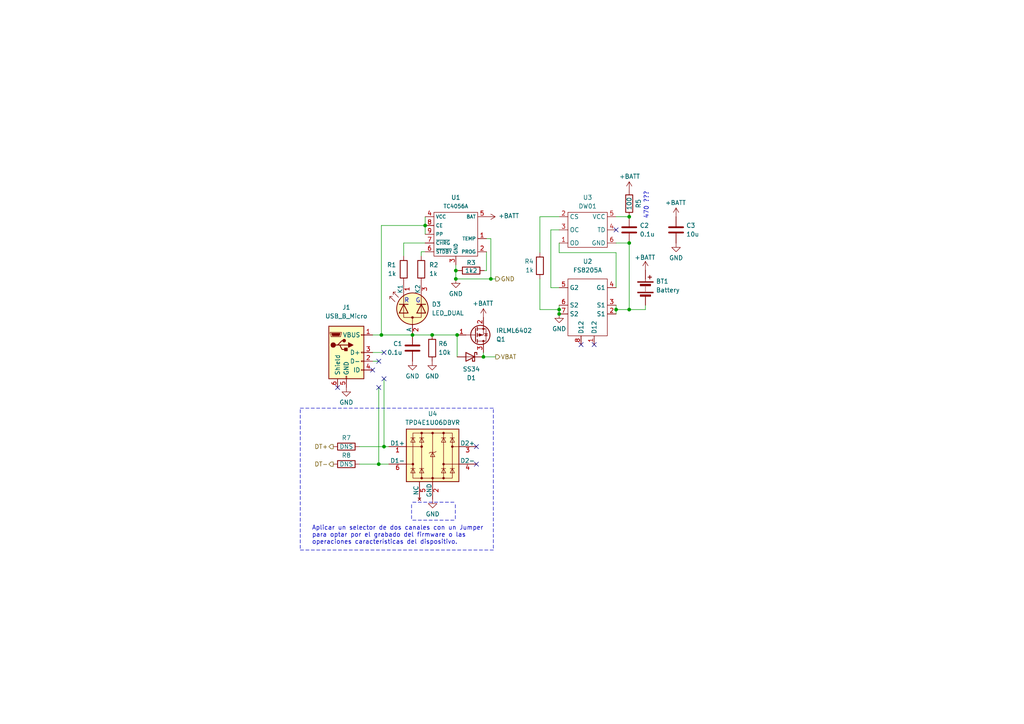
<source format=kicad_sch>
(kicad_sch (version 20230121) (generator eeschema)
  (paper "A4")
  (lib_symbols
    (symbol "Connector:USB_B_Micro" (pin_names (offset 1.016))
      (property "Reference" "J" (at -5.08 11.43 0))
      (property "Value" "USB_B_Micro" (at -5.08 8.89 0))
      (symbol "USB_B_Micro_0_1"
        (rectangle (start -5.08 -7.62) (end 5.08 7.62) (stroke (width 0.254)) (fill (type background)))
        (circle (center -3.81 2.159) (radius 0.635) (stroke (width 0.254)) (fill (type outline)))
        (circle (center -0.635 3.429) (radius 0.381) (stroke (width 0.254)) (fill (type outline)))
        (rectangle (start -0.127 -7.62) (end 0.127 -6.858))
        (polyline (pts (xy -1.905 2.159) (xy 0.635 2.159)) (stroke (width 0.254)))
        (polyline (pts (xy -3.175 2.159) (xy -2.54 2.159) (xy -1.27 3.429) (xy -0.635 3.429)) (stroke (width 0.254)))
        (polyline (pts (xy -2.54 2.159) (xy -1.905 2.159) (xy -1.27 0.889) (xy 0 0.889)) (stroke (width 0.254)))
        (polyline (pts (xy 0.635 2.794) (xy 0.635 1.524) (xy 1.905 2.159) (xy 0.635 2.794)) (stroke (width 0.254)) (fill (type outline)))
        (polyline (pts (xy -4.318 5.588) (xy -1.778 5.588) (xy -2.032 4.826) (xy -4.064 4.826) (xy -4.318 5.588)) (fill (type outline)))
        (polyline (pts (xy -4.699 5.842) (xy -4.699 5.588) (xy -4.445 4.826) (xy -4.445 4.572) (xy -1.651 4.572) (xy -1.651 4.826) (xy -1.397 5.588) (xy -1.397 5.842) (xy -4.699 5.842)))
        (rectangle (start 0.254 1.27) (end -0.508 0.508) (stroke (width 0.254)) (fill (type outline)))
        (rectangle (start 5.08 -5.207) (end 4.318 -4.953))
        (rectangle (start 5.08 -2.667) (end 4.318 -2.413))
        (rectangle (start 5.08 -0.127) (end 4.318 0.127))
        (rectangle (start 5.08 4.953) (end 4.318 5.207))
      )
      (symbol "USB_B_Micro_1_1"
        (pin power_out line (at 7.62 5.08 180) (length 2.54) (name "VBUS") (number "1"))
        (pin bidirectional line (at 7.62 -2.54 180) (length 2.54) (name "D-") (number "2"))
        (pin bidirectional line (at 7.62 0 180) (length 2.54) (name "D+") (number "3"))
        (pin passive line (at 7.62 -5.08 180) (length 2.54) (name "ID") (number "4"))
        (pin power_out line (at 0 -10.16 90) (length 2.54) (name "GND") (number "5"))
        (pin passive line (at -2.54 -10.16 90) (length 2.54) (name "Shield") (number "6"))
      )
    )
    (symbol "Device:Battery" (pin_numbers hide) (pin_names (offset 0) hide)
      (property "Reference" "BT" (at 2.54 2.54 0))
      (property "Value" "Battery" (at 2.54 0 0))
      (symbol "Battery_0_1"
        (rectangle (start -2.286 -1.27) (end 2.286 -1.524) (fill (type outline)))
        (rectangle (start -2.286 1.778) (end 2.286 1.524) (fill (type outline)))
        (rectangle (start -1.524 -2.032) (end 1.524 -2.54) (fill (type outline)))
        (rectangle (start -1.524 1.016) (end 1.524 0.508) (fill (type outline)))
        (polyline (pts (xy 0 -1.016) (xy 0 -0.762)))
        (polyline (pts (xy 0 -0.508) (xy 0 -0.254)))
        (polyline (pts (xy 0 0) (xy 0 0.254)))
        (polyline (pts (xy 0 1.778) (xy 0 2.54)))
        (polyline (pts (xy 0.762 3.048) (xy 1.778 3.048)) (stroke (width 0.254)))
        (polyline (pts (xy 1.27 3.556) (xy 1.27 2.54)) (stroke (width 0.254)))
      )
      (symbol "Battery_1_1"
        (pin passive line (at 0 5.08 270) (length 2.54) (name "+") (number "1"))
        (pin passive line (at 0 -5.08 90) (length 2.54) (name "-") (number "2"))
      )
    )
    (symbol "Device:C" (pin_numbers hide) (pin_names (offset 0.254))
      (property "Reference" "C" (at 0.635 2.54 0))
      (property "Value" "C" (at 0.635 -2.54 0))
      (symbol "C_0_1"
        (polyline (pts (xy -2.032 -0.762) (xy 2.032 -0.762)) (stroke (width 0.508)))
        (polyline (pts (xy -2.032 0.762) (xy 2.032 0.762)) (stroke (width 0.508)))
      )
      (symbol "C_1_1"
        (pin passive line (at 0 3.81 270) (length 2.794) (name "~") (number "1"))
        (pin passive line (at 0 -3.81 90) (length 2.794) (name "~") (number "2"))
      )
    )
    (symbol "Device:LED_Dual_KAK" (pin_names (offset 0))
      (property "Reference" "D" (at 0 5.715 0))
      (property "Value" "LED_Dual_KAK" (at 0 -6.35 0))
      (symbol "LED_Dual_KAK_0_1"
        (circle (center -2.54 0) (radius 0.2794) (fill (type outline)))
        (polyline (pts (xy -4.572 0) (xy -2.54 0)))
        (polyline (pts (xy 1.27 -1.27) (xy 1.27 -3.81)) (stroke (width 0.254)))
        (polyline (pts (xy 1.27 3.81) (xy 1.27 1.27)) (stroke (width 0.254)))
        (polyline (pts (xy 3.81 -2.54) (xy 1.905 -2.54)))
        (polyline (pts (xy 3.81 2.54) (xy 1.905 2.54)))
        (polyline (pts (xy -1.27 -1.27) (xy -1.27 -3.81) (xy 1.27 -2.54) (xy -1.27 -1.27)) (stroke (width 0.254)))
        (polyline (pts (xy -1.27 3.81) (xy -1.27 1.27) (xy 1.27 2.54) (xy -1.27 3.81)) (stroke (width 0.254)))
        (polyline (pts (xy 2.032 2.54) (xy -2.54 2.54) (xy -2.54 -2.54) (xy 2.032 -2.54)))
        (polyline (pts (xy 2.032 5.08) (xy 3.556 6.604) (xy 2.794 6.604) (xy 3.556 6.604) (xy 3.556 5.842)))
        (polyline (pts (xy 3.302 4.064) (xy 4.826 5.588) (xy 4.064 5.588) (xy 4.826 5.588) (xy 4.826 4.826)))
        (circle (center 0 0) (radius 4.572) (stroke (width 0.254)) (fill (type background)))
      )
      (symbol "LED_Dual_KAK_1_1"
        (pin input line (at 7.62 2.54 180) (length 3.81) (name "K1") (number "1"))
        (pin input line (at -7.62 0 0) (length 3.048) (name "A") (number "2"))
        (pin input line (at 7.62 -2.54 180) (length 3.81) (name "K2") (number "3"))
      )
    )
    (symbol "Device:R" (pin_numbers hide) (pin_names (offset 0))
      (property "Reference" "R" (at 2.032 0 90))
      (property "Value" "R" (at 0 0 90))
      (symbol "R_0_1"
        (rectangle (start -1.016 -2.54) (end 1.016 2.54) (stroke (width 0.254)))
      )
      (symbol "R_1_1"
        (pin passive line (at 0 3.81 270) (length 1.27) (name "~") (number "1"))
        (pin passive line (at 0 -3.81 90) (length 1.27) (name "~") (number "2"))
      )
    )
    (symbol "Diode:SS34" (pin_numbers hide) (pin_names (offset 1.016) hide)
      (property "Reference" "D" (at 0 2.54 0))
      (property "Value" "SS34" (at 0 -2.54 0))
      (symbol "SS34_0_1"
        (polyline (pts (xy 1.27 0) (xy -1.27 0)))
        (polyline (pts (xy 1.27 1.27) (xy 1.27 -1.27) (xy -1.27 0) (xy 1.27 1.27)) (stroke (width 0.254)))
        (polyline (pts (xy -1.905 0.635) (xy -1.905 1.27) (xy -1.27 1.27) (xy -1.27 -1.27) (xy -0.635 -1.27) (xy -0.635 -0.635)) (stroke (width 0.254)))
      )
      (symbol "SS34_1_1"
        (pin passive line (at -3.81 0 0) (length 2.54) (name "K") (number "1"))
        (pin passive line (at 3.81 0 180) (length 2.54) (name "A") (number "2"))
      )
    )
    (symbol "TP4056:DW01"
      (property "Reference" "U" (at 1.27 11.43 0))
      (property "Value" "DW01" (at 8.89 11.43 0))
      (symbol "DW01_0_1"
        (rectangle (start 0 10.16) (end 11.43 0))
      )
      (symbol "DW01_1_1"
        (pin input line (at -2.54 1.27 0) (length 2.54) (name "OD") (number "1"))
        (pin input line (at -2.54 8.89 0) (length 2.54) (name "CS") (number "2"))
        (pin input line (at -2.54 5.08 0) (length 2.54) (name "OC") (number "3"))
        (pin input line (at 13.97 5.08 180) (length 2.54) (name "TD") (number "4"))
        (pin power_in line (at 13.97 8.89 180) (length 2.54) (name "VCC") (number "5"))
        (pin power_in line (at 13.97 1.27 180) (length 2.54) (name "GND") (number "6"))
      )
    )
    (symbol "TP4056:FS8205A"
      (property "Reference" "U" (at 1.27 5.08 0))
      (property "Value" "FS8205A" (at -1.27 8.89 90))
      (symbol "FS8205A_0_1"
        (rectangle (start 0 11.43) (end 16.51 0))
      )
      (symbol "FS8205A_1_0"
        (pin input line (at 10.16 13.97 270) (length 2.54) (name "S1") (number "2"))
        (pin input line (at 10.16 -2.54 90) (length 2.54) (name "S2") (number "7"))
      )
      (symbol "FS8205A_1_1"
        (pin bidirectional line (at 19.05 7.62 180) (length 2.54) (name "D12") (number "1"))
        (pin input line (at 7.62 13.97 270) (length 2.54) (name "S1") (number "3"))
        (pin input line (at 2.54 13.97 270) (length 2.54) (name "G1") (number "4"))
        (pin input line (at 2.54 -2.54 90) (length 2.54) (name "G2") (number "5"))
        (pin input line (at 7.62 -2.54 90) (length 2.54) (name "S2") (number "6"))
        (pin bidirectional line (at 19.05 3.81 180) (length 2.54) (name "D12") (number "8"))
      )
    )
    (symbol "TP4056:TC4056A"
      (property "Reference" "U" (at 1.27 13.97 0))
      (property "Value" "TC4056A" (at 8.89 13.97 0))
      (symbol "TC4056A_0_1"
        (rectangle (start 0 12.7) (end 12.7 0))
      )
      (symbol "TC4056A_1_1"
        (pin input line (at 15.24 5.08 180) (length 2.54) (name "TEMP") (number "1"))
        (pin input line (at 15.24 1.27 180) (length 2.54) (name "PROG") (number "2"))
        (pin power_in line (at 6.35 -2.54 90) (length 2.54) (name "GND") (number "3"))
        (pin power_in line (at -2.54 11.43 0) (length 2.54) (name "VCC") (number "4"))
        (pin input line (at 15.24 11.43 180) (length 2.54) (name "BAT") (number "5"))
        (pin bidirectional line (at -2.54 1.27 0) (length 2.54) (name "~{STDBY}") (number "6"))
        (pin bidirectional line (at -2.54 3.81 0) (length 2.54) (name "~{CHRG}") (number "7"))
        (pin bidirectional line (at -2.54 8.89 0) (length 2.54) (name "CE") (number "8"))
        (pin bidirectional line (at -2.54 6.35 0) (length 2.54) (name "PP") (number "9"))
      )
    )
    (symbol "Transistor_FET:IRLML6402" (pin_names hide)
      (property "Reference" "Q" (at 5.08 1.905 0))
      (property "Value" "IRLML6402" (at 5.08 0 0))
      (symbol "IRLML6402_0_1"
        (polyline (pts (xy 0.254 0) (xy -2.54 0)))
        (polyline (pts (xy 0.254 1.905) (xy 0.254 -1.905)) (stroke (width 0.254)))
        (polyline (pts (xy 0.762 -1.27) (xy 0.762 -2.286)) (stroke (width 0.254)))
        (polyline (pts (xy 0.762 0.508) (xy 0.762 -0.508)) (stroke (width 0.254)))
        (polyline (pts (xy 0.762 2.286) (xy 0.762 1.27)) (stroke (width 0.254)))
        (polyline (pts (xy 2.54 2.54) (xy 2.54 1.778)))
        (polyline (pts (xy 2.54 -2.54) (xy 2.54 0) (xy 0.762 0)))
        (polyline (pts (xy 0.762 1.778) (xy 3.302 1.778) (xy 3.302 -1.778) (xy 0.762 -1.778)))
        (polyline (pts (xy 2.286 0) (xy 1.27 0.381) (xy 1.27 -0.381) (xy 2.286 0)) (fill (type outline)))
        (polyline (pts (xy 2.794 -0.508) (xy 2.921 -0.381) (xy 3.683 -0.381) (xy 3.81 -0.254)))
        (polyline (pts (xy 3.302 -0.381) (xy 2.921 0.254) (xy 3.683 0.254) (xy 3.302 -0.381)))
        (circle (center 1.651 0) (radius 2.794) (stroke (width 0.254)))
        (circle (center 2.54 -1.778) (radius 0.254) (fill (type outline)))
        (circle (center 2.54 1.778) (radius 0.254) (fill (type outline)))
      )
      (symbol "IRLML6402_1_1"
        (pin input line (at -5.08 0 0) (length 2.54) (name "G") (number "1"))
        (pin passive line (at 2.54 -5.08 90) (length 2.54) (name "S") (number "2"))
        (pin passive line (at 2.54 5.08 270) (length 2.54) (name "D") (number "3"))
      )
    )
    (symbol "power:+BATT" (power) (pin_names (offset 0))
      (property "Value" "+BATT" (at 0 3.556 0))
      (symbol "+BATT_0_1"
        (polyline (pts (xy -0.762 1.27) (xy 0 2.54)))
        (polyline (pts (xy 0 0) (xy 0 2.54)))
        (polyline (pts (xy 0 2.54) (xy 0.762 1.27)))
      )
      (symbol "+BATT_1_1"
        (pin power_in line (at 0 0 90) (length 0) hide (name "+BATT") (number "1"))
      )
    )
    (symbol "power:GND" (power) (pin_names (offset 0))
      (property "Value" "GND" (at 0 -3.81 0))
      (symbol "GND_0_1"
        (polyline (pts (xy 0 0) (xy 0 -1.27) (xy 1.27 -1.27) (xy 0 -2.54) (xy -1.27 -1.27) (xy 0 -1.27)))
      )
      (symbol "GND_1_1"
        (pin power_in line (at 0 0 270) (length 0) hide (name "GND") (number "1"))
      )
    )
    (symbol "tpd4e1u06dbv:TPD4E1U06DBV" (pin_names (offset 0))
      (property "Reference" "U" (at -0.635 8.89 0))
      (property "Value" "TPD4E1U06DBV" (at 8.89 -10.16 0))
      (symbol "TPD4E1U06DBV_0_0"
        (rectangle (start -5.715 6.477) (end 5.715 -6.604))
        (polyline (pts (xy -3.175 -6.604) (xy -3.175 6.477)))
        (polyline (pts (xy 0 6.477) (xy 0 -6.604)))
        (polyline (pts (xy 3.175 6.477) (xy 3.175 -6.604)))
      )
      (symbol "TPD4E1U06DBV_0_1"
        (rectangle (start -7.62 7.62) (end 7.62 -7.62) (stroke (width 0.254)) (fill (type background)))
        (circle (center -5.715 -2.54) (radius 0.2794) (fill (type outline)))
        (circle (center -3.175 -6.604) (radius 0.2794) (fill (type outline)))
        (circle (center -3.175 2.54) (radius 0.2794) (fill (type outline)))
        (circle (center -3.175 6.477) (radius 0.2794) (fill (type outline)))
        (circle (center 0 -6.604) (radius 0.2794) (fill (type outline)))
        (polyline (pts (xy -7.747 2.54) (xy -3.175 2.54)))
        (polyline (pts (xy -7.62 -2.54) (xy -5.715 -2.54)))
        (polyline (pts (xy -5.08 -3.81) (xy -6.35 -3.81)))
        (polyline (pts (xy -5.08 5.08) (xy -6.35 5.08)))
        (polyline (pts (xy -2.54 -3.81) (xy -3.81 -3.81)))
        (polyline (pts (xy -2.54 5.08) (xy -3.81 5.08)))
        (polyline (pts (xy -0.635 0.889) (xy -1.016 0.635)))
        (polyline (pts (xy 0 -6.604) (xy 0 -7.62)))
        (polyline (pts (xy 0.635 0.889) (xy -0.635 0.889)))
        (polyline (pts (xy 0.635 0.889) (xy 1.016 1.143)))
        (polyline (pts (xy 3.81 -3.81) (xy 2.54 -3.81)))
        (polyline (pts (xy 3.81 5.08) (xy 2.54 5.08)))
        (polyline (pts (xy 6.35 -3.81) (xy 5.08 -3.81)))
        (polyline (pts (xy 6.35 5.08) (xy 5.08 5.08)))
        (polyline (pts (xy 7.62 -2.54) (xy 3.175 -2.54)))
        (polyline (pts (xy 7.62 2.54) (xy 5.715 2.54)))
        (polyline (pts (xy -5.08 -5.08) (xy -6.35 -5.08) (xy -5.715 -3.81) (xy -5.08 -5.08)))
        (polyline (pts (xy -5.08 3.81) (xy -6.35 3.81) (xy -5.715 5.08) (xy -5.08 3.81)))
        (polyline (pts (xy -2.54 -5.08) (xy -3.81 -5.08) (xy -3.175 -3.81) (xy -2.54 -5.08)))
        (polyline (pts (xy -2.54 3.81) (xy -3.81 3.81) (xy -3.175 5.08) (xy -2.54 3.81)))
        (polyline (pts (xy 0.635 -0.381) (xy -0.635 -0.381) (xy 0 0.889) (xy 0.635 -0.381)))
        (polyline (pts (xy 3.81 -5.08) (xy 2.54 -5.08) (xy 3.175 -3.81) (xy 3.81 -5.08)))
        (polyline (pts (xy 3.81 3.81) (xy 2.54 3.81) (xy 3.175 5.08) (xy 3.81 3.81)))
        (polyline (pts (xy 6.35 -5.08) (xy 5.08 -5.08) (xy 5.715 -3.81) (xy 6.35 -5.08)))
        (polyline (pts (xy 6.35 3.81) (xy 5.08 3.81) (xy 5.715 5.08) (xy 6.35 3.81)))
        (circle (center 0 6.477) (radius 0.2794) (fill (type outline)))
        (circle (center 3.175 -6.604) (radius 0.2794) (fill (type outline)))
        (circle (center 3.175 -2.54) (radius 0.2794) (fill (type outline)))
        (circle (center 3.175 6.477) (radius 0.2794) (fill (type outline)))
        (circle (center 5.715 2.54) (radius 0.2794) (fill (type outline)))
      )
      (symbol "TPD4E1U06DBV_1_1"
        (pin passive line (at -12.7 2.54 0) (length 5.08) (name "D1+") (number "1"))
        (pin power_in line (at 0 -12.7 90) (length 5.08) (name "GND") (number "2"))
        (pin passive line (at 12.7 2.54 180) (length 5.08) (name "D2+") (number "3"))
        (pin passive line (at 12.7 -2.54 180) (length 5.08) (name "D2-") (number "4"))
        (pin no_connect line (at -3.81 -12.7 90) (length 5.08) (name "NC") (number "5"))
        (pin passive line (at -12.7 -2.54 0) (length 5.08) (name "D1-") (number "6"))
      )
    )
  )
  (junction (at 110.617 97.155))
  (junction (at 140.208 103.505))
  (junction (at 119.634 97.155))
  (junction (at 132.588 97.155))
  (junction (at 109.855 134.62))
  (junction (at 178.689 89.789))
  (junction (at 132.207 78.486))
  (junction (at 162.179 89.789))
  (junction (at 182.499 70.485))
  (junction (at 182.499 62.865))
  (junction (at 132.207 80.899))
  (junction (at 162.179 91.059))
  (junction (at 123.317 65.405))
  (junction (at 182.499 89.789))
  (junction (at 111.379 129.54))
  (junction (at 125.349 97.155))
  (junction (at 142.367 80.899))
  (no_connect (at 97.917 112.395))
  (no_connect (at 172.339 99.949))
  (no_connect (at 109.855 112.395))
  (no_connect (at 111.379 102.235))
  (no_connect (at 138.176 134.62))
  (no_connect (at 111.379 109.855))
  (no_connect (at 138.176 129.54))
  (no_connect (at 109.855 104.775))
  (no_connect (at 108.077 107.315))
  (no_connect (at 168.529 99.949))
  (no_connect (at 178.689 66.675))
  (wire (pts (xy 178.689 89.789) (xy 178.689 91.059)))
  (wire (pts (xy 132.207 80.899) (xy 142.367 80.899)))
  (wire (pts (xy 110.617 65.405) (xy 123.317 65.405)))
  (wire (pts (xy 110.617 97.155) (xy 119.634 97.155)))
  (wire (pts (xy 132.207 76.835) (xy 132.207 78.486)))
  (wire (pts (xy 104.267 134.62) (xy 109.855 134.62)))
  (wire (pts (xy 178.689 88.519) (xy 178.689 89.789)))
  (wire (pts (xy 159.766 66.675) (xy 162.179 66.675)))
  (wire (pts (xy 125.349 97.155) (xy 132.588 97.155)))
  (wire (pts (xy 159.766 66.675) (xy 159.766 83.439)))
  (wire (pts (xy 178.689 62.865) (xy 182.499 62.865)))
  (wire (pts (xy 187.198 88.519) (xy 187.198 89.789)))
  (wire (pts (xy 142.367 80.899) (xy 143.764 80.899)))
  (wire (pts (xy 156.591 62.865) (xy 162.179 62.865)))
  (wire (pts (xy 111.379 129.54) (xy 112.776 129.54)))
  (wire (pts (xy 182.499 89.789) (xy 187.198 89.789)))
  (wire (pts (xy 110.617 65.405) (xy 110.617 97.155)))
  (wire (pts (xy 123.317 73.025) (xy 122.174 73.025)))
  (wire (pts (xy 123.317 70.485) (xy 117.094 70.485)))
  (wire (pts (xy 182.499 89.789) (xy 182.499 70.485)))
  (wire (pts (xy 123.317 65.405) (xy 123.317 67.945)))
  (wire (pts (xy 178.689 89.789) (xy 182.499 89.789)))
  (wire (pts (xy 141.097 73.025) (xy 141.097 78.486)))
  (wire (pts (xy 141.097 78.486) (xy 140.462 78.486)))
  (wire (pts (xy 108.077 102.235) (xy 111.379 102.235)))
  (wire (pts (xy 104.267 129.54) (xy 111.379 129.54)))
  (wire (pts (xy 162.179 73.279) (xy 178.689 73.279)))
  (wire (pts (xy 156.591 62.865) (xy 156.591 73.279)))
  (wire (pts (xy 119.634 97.155) (xy 125.349 97.155)))
  (wire (pts (xy 178.689 73.279) (xy 178.689 83.439)))
  (wire (pts (xy 132.588 97.155) (xy 132.588 103.505)))
  (wire (pts (xy 142.367 69.215) (xy 142.367 80.899)))
  (wire (pts (xy 162.179 88.519) (xy 162.179 89.789)))
  (wire (pts (xy 162.179 89.789) (xy 162.179 91.059)))
  (wire (pts (xy 122.174 73.025) (xy 122.174 74.295)))
  (wire (pts (xy 159.766 83.439) (xy 162.179 83.439)))
  (wire (pts (xy 117.094 70.485) (xy 117.094 74.295)))
  (wire (pts (xy 140.208 102.235) (xy 140.208 103.505)))
  (wire (pts (xy 156.591 89.789) (xy 162.179 89.789)))
  (wire (pts (xy 109.855 112.395) (xy 109.855 134.62)))
  (wire (pts (xy 178.689 70.485) (xy 182.499 70.485)))
  (wire (pts (xy 132.207 78.486) (xy 132.842 78.486)))
  (wire (pts (xy 109.855 134.62) (xy 112.776 134.62)))
  (wire (pts (xy 132.207 78.486) (xy 132.207 80.899)))
  (wire (pts (xy 162.179 70.485) (xy 162.179 73.279)))
  (wire (pts (xy 108.077 104.775) (xy 109.855 104.775)))
  (wire (pts (xy 141.097 69.215) (xy 142.367 69.215)))
  (wire (pts (xy 140.208 103.505) (xy 143.764 103.505)))
  (wire (pts (xy 108.077 97.155) (xy 110.617 97.155)))
  (wire (pts (xy 123.317 62.865) (xy 123.317 65.405)))
  (wire (pts (xy 111.379 109.855) (xy 111.379 129.54)))
  (wire (pts (xy 156.591 80.899) (xy 156.591 89.789)))
  (text "--------" (at 132.08 146.558 0) (effects (font (size 1.27 1.27)) (justify right bottom)))
  (text "Aplicar un selector de dos canales con un Jumper\npara optar por el grabado del firmware o las\noperaciones características del dispositivo." (at 90.4494 158.0388 0) (effects (font (size 1.27 1.27)) (justify left bottom)))
  (text "------------------------------------" (at 143.51 160.4264 0) (effects (font (size 1.27 1.27)) (justify right bottom)))
  (text "G" (at 120.523 88.011 0) (effects (font (size 1.27 1.27)) (justify left bottom)))
  (text "--------------------------\n" (at 143.7386 118.5926 90) (effects (font (size 1.27 1.27)) (justify right bottom)))
  (text "------------------------------------" (at 143.4846 119.2784 0) (effects (font (size 1.27 1.27)) (justify right bottom)))
  (text "---\n" (at 120.015 151.13 90) (effects (font (size 1.27 1.27)) (justify left bottom)))
  (text "---\n" (at 132.715 151.13 90) (effects (font (size 1.27 1.27)) (justify left bottom)))
  (text "R" (at 117.221 88.011 0) (effects (font (size 1.27 1.27)) (justify left bottom)))
  (text "--------------------------\n" (at 87.7316 118.6434 90) (effects (font (size 1.27 1.27)) (justify right bottom)))
  (text "--------" (at 132.08 151.765 0) (effects (font (size 1.27 1.27)) (justify right bottom)))
  (text "470 ???\n\n" (at 190.2714 63.5762 90) (effects (font (size 1.27 1.27)) (justify left bottom)))
  (hierarchical_label "DT+" (shape output) (at 96.647 129.54 180))
  (hierarchical_label "DT-" (shape output) (at 96.647 134.62 180))
  (hierarchical_label "VBAT" (shape output) (at 143.764 103.505 0))
  (hierarchical_label "GND" (shape output) (at 143.764 80.899 0))
  (symbol (lib_id "power:+BATT") (at 187.198 78.359 0) (unit 1)
    (property "Reference" "#PWR010" (effects hide))
    (property "Value" "+BATT" (at 187.071 74.676 0))
  )
  (symbol (lib_id "power:+BATT") (at 196.088 62.865 0) (unit 1)
    (property "Reference" "#PWR09" (effects hide))
    (property "Value" "+BATT" (at 195.961 58.801 0))
  )
  (symbol (lib_id "TP4056:DW01") (at 164.719 71.755 0) (unit 1)
    (property "Reference" "U3" (at 170.434 57.277 0))
    (property "Value" "DW01" (at 170.434 59.817 0))
    (property "Footprint" "Package_TO_SOT_SMD:SOT-23-6_Handsoldering" (effects hide))
  )
  (symbol (lib_id "Device:C") (at 182.499 66.675 0) (unit 1)
    (property "Reference" "C2" (at 185.547 65.405 0) (effects (justify left)))
    (property "Value" "0.1u" (at 185.547 67.945 0) (effects (justify left)))
  )
  (symbol (lib_id "TP4056:TC4056A") (at 125.857 74.295 0) (unit 1)
    (property "Reference" "U1" (at 132.207 57.277 0))
    (property "Value" "TC4056A" (at 132.207 59.817 0) (effects (font (size 1.1 1.1))))
    (property "Footprint" "Package_SO:SOIC-8-1EP_3.9x4.9mm_P1.27mm_EP2.29x3mm" (effects hide))
  )
  (symbol (lib_id "power:+BATT") (at 140.208 92.075 0) (unit 1)
    (property "Reference" "#PWR012" (effects hide))
    (property "Value" "+BATT" (at 140.081 88.011 0))
  )
  (symbol (lib_id "Diode:SS34") (at 136.398 103.505 0) (mirror y) (unit 1)
    (property "Reference" "D1" (at 136.7155 109.601 0))
    (property "Value" "SS34" (at 136.7155 107.061 0))
    (property "Footprint" "Diode_SMD:D_SMA" (effects hide))
    (property "Datasheet" "https://www.vishay.com/docs/88751/ss32.pdf" (effects hide))
  )
  (symbol (lib_id "Transistor_FET:IRLML6402") (at 137.668 97.155 0) (mirror x) (unit 1)
    (property "Reference" "Q1" (at 143.891 98.425 0) (effects (justify left)))
    (property "Value" "IRLML6402" (at 143.891 95.885 0) (effects (justify left)))
    (property "Footprint" "Package_TO_SOT_SMD:SOT-23" (effects hide))
    (property "Datasheet" "https://www.infineon.com/dgdl/irlml6402pbf.pdf?fileId=5546d462533600a401535668d5c2263c" (effects hide))
  )
  (symbol (lib_id "Connector:USB_B_Micro") (at 100.457 102.235 0) (unit 1)
    (property "Reference" "J1" (at 100.457 89.154 0))
    (property "Value" "USB_B_Micro" (at 100.457 91.694 0))
  )
  (symbol (lib_id "power:GND") (at 132.207 80.899 0) (unit 1)
    (property "Reference" "#PWR01" (effects hide))
    (property "Value" "GND" (at 132.207 85.217 0))
  )
  (symbol (lib_id "power:GND") (at 196.088 70.485 0) (unit 1)
    (property "Reference" "#PWR07" (effects hide))
    (property "Value" "GND" (at 196.088 74.803 0))
  )
  (symbol (lib_id "Device:R") (at 100.457 134.62 270) (unit 1)
    (property "Reference" "R8" (at 100.457 132.08 90))
    (property "Value" "DNS" (at 100.457 134.62 90))
    (property "Footprint" "Resistor_SMD:R_0603_1608Metric_Pad0.98x0.95mm_HandSolder" (effects hide))
    (property "Description" "Resistor 27 Ohm 1% 0603" (effects hide))
    (property "Manufacturer" "Yageo" (effects hide))
    (property "Manufacturer Part no." "RC0603FR-0727RL" (effects hide))
    (property "Supplier" "Mouser" (effects hide))
    (property "Supplier Part no." "603-RC0603FR-0727RL" (effects hide))
  )
  (symbol (lib_id "power:GND") (at 125.349 104.775 0) (unit 1)
    (property "Reference" "#PWR011" (effects hide))
    (property "Value" "GND" (at 125.349 109.093 0))
  )
  (symbol (lib_id "Device:LED_Dual_KAK") (at 119.634 89.535 90) (unit 1)
    (property "Reference" "D3" (at 125.222 88.265 90) (effects (justify right)))
    (property "Value" "LED_DUAL" (at 125.222 90.805 90) (effects (justify right)))
  )
  (symbol (lib_id "Device:R") (at 125.349 100.965 0) (unit 1)
    (property "Reference" "R6" (at 127.127 99.695 0) (effects (justify left)))
    (property "Value" "10k" (at 127.127 102.235 0) (effects (justify left)))
  )
  (symbol (lib_id "Device:C") (at 196.088 66.675 0) (unit 1)
    (property "Reference" "C3" (at 199.009 65.405 0) (effects (justify left)))
    (property "Value" "10u" (at 199.009 67.945 0) (effects (justify left)))
  )
  (symbol (lib_id "Device:R") (at 100.457 129.54 270) (unit 1)
    (property "Reference" "R7" (at 100.457 127 90))
    (property "Value" "DNS" (at 100.457 129.54 90))
    (property "Footprint" "Resistor_SMD:R_0603_1608Metric_Pad0.98x0.95mm_HandSolder" (effects hide))
    (property "Description" "Resistor 27 Ohm 1% 0603" (effects hide))
    (property "Manufacturer" "Yageo" (effects hide))
    (property "Manufacturer Part no." "RC0603FR-0727RL" (effects hide))
    (property "Supplier" "Mouser" (effects hide))
    (property "Supplier Part no." "603-RC0603FR-0727RL" (effects hide))
  )
  (symbol (lib_id "tpd4e1u06dbv:TPD4E1U06DBV") (at 125.476 132.08 0) (unit 1)
    (property "Reference" "U4" (at 125.476 120.015 0))
    (property "Value" "TPD4E1U06DBVR" (at 125.476 122.555 0))
    (property "Footprint" "Package_TO_SOT_SMD:SOT-23-6_Handsoldering" (effects hide))
    (property "Description" "ESD Suppressors 4Ch " (effects hide))
    (property "Supplier" "Mouser" (effects hide))
    (property "Manufacturer" "Texas Instruments" (effects hide))
    (property "Manufacturer Part no." "TPD4E1U06DBVR" (effects hide))
    (property "Supplier Part no." "595-TPD4E1U06DBVR" (effects hide))
  )
  (symbol (lib_id "power:GND") (at 119.634 104.775 0) (unit 1)
    (property "Reference" "#PWR03" (effects hide))
    (property "Value" "GND" (at 119.634 109.093 0))
  )
  (symbol (lib_id "TP4056:FS8205A") (at 164.719 80.899 270) (unit 1)
    (property "Reference" "U2" (at 170.434 75.819 90))
    (property "Value" "FS8205A" (at 170.434 78.359 90))
    (property "Footprint" "Package_SO:TSSOP-8_4.4x3mm_P0.65mm" (effects hide))
    (property "Datasheet" "https://pdf1.alldatasheet.es/datasheet-pdf/view/1132762/FORTUNE/FS8205A.html" (effects hide))
  )
  (symbol (lib_id "Device:R") (at 182.499 59.055 0) (unit 1)
    (property "Reference" "R5" (at 185.166 59.055 90))
    (property "Value" "100" (at 182.499 59.055 90))
  )
  (symbol (lib_id "power:+BATT") (at 141.097 62.865 270) (unit 1)
    (property "Reference" "#PWR06" (effects hide))
    (property "Value" "+BATT" (at 144.526 62.611 90) (effects (justify left)))
  )
  (symbol (lib_id "power:GND") (at 125.476 144.78 0) (unit 1)
    (property "Reference" "#PWR05" (effects hide))
    (property "Value" "GND" (at 125.476 149.098 0))
  )
  (symbol (lib_id "power:GND") (at 100.457 112.395 0) (unit 1)
    (property "Reference" "#PWR02" (effects hide))
    (property "Value" "GND" (at 100.457 116.713 0))
  )
  (symbol (lib_id "power:+BATT") (at 182.499 55.245 0) (unit 1)
    (property "Reference" "#PWR08" (effects hide))
    (property "Value" "+BATT" (at 182.626 51.181 0))
  )
  (symbol (lib_id "Device:C") (at 119.634 100.965 0) (mirror x) (unit 1)
    (property "Reference" "C1" (at 116.713 99.695 0) (effects (justify right)))
    (property "Value" "0.1u" (at 116.713 102.235 0) (effects (justify right)))
  )
  (symbol (lib_id "Device:R") (at 122.174 78.105 0) (unit 1)
    (property "Reference" "R2" (at 124.46 76.835 0) (effects (justify left)))
    (property "Value" "1k" (at 124.46 79.375 0) (effects (justify left)))
  )
  (symbol (lib_id "Device:R") (at 156.591 77.089 0) (mirror x) (unit 1)
    (property "Reference" "R4" (at 154.813 75.819 0) (effects (justify right)))
    (property "Value" "1k" (at 154.813 78.359 0) (effects (justify right)))
  )
  (symbol (lib_id "power:GND") (at 162.179 91.059 0) (unit 1)
    (property "Reference" "#PWR04" (effects hide))
    (property "Value" "GND" (at 162.179 95.377 0))
  )
  (symbol (lib_id "Device:Battery") (at 187.198 83.439 0) (unit 1)
    (property "Reference" "BT1" (at 190.246 81.5975 0) (effects (justify left)))
    (property "Value" "Battery" (at 190.246 84.1375 0) (effects (justify left)))
  )
  (symbol (lib_id "Device:R") (at 117.094 78.105 0) (mirror y) (unit 1)
    (property "Reference" "R1" (at 114.935 76.835 0) (effects (justify left)))
    (property "Value" "1k" (at 114.935 79.375 0) (effects (justify left)))
  )
  (symbol (lib_id "Device:R") (at 136.652 78.486 270) (mirror x) (unit 1)
    (property "Reference" "R3" (at 136.652 76.2 90))
    (property "Value" "1k2" (at 136.652 78.486 90))
  )
)
</source>
